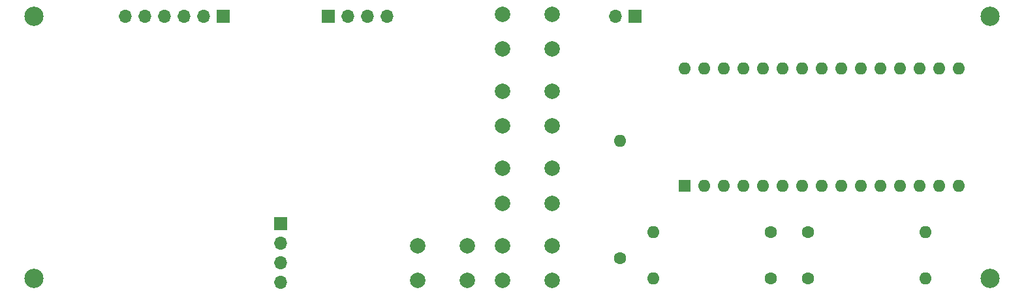
<source format=gbr>
%TF.GenerationSoftware,KiCad,Pcbnew,7.0.5*%
%TF.CreationDate,2024-01-19T10:16:41+06:00*%
%TF.ProjectId,Meteo_station,4d657465-6f5f-4737-9461-74696f6e2e6b,rev?*%
%TF.SameCoordinates,Original*%
%TF.FileFunction,Soldermask,Top*%
%TF.FilePolarity,Negative*%
%FSLAX46Y46*%
G04 Gerber Fmt 4.6, Leading zero omitted, Abs format (unit mm)*
G04 Created by KiCad (PCBNEW 7.0.5) date 2024-01-19 10:16:41*
%MOMM*%
%LPD*%
G01*
G04 APERTURE LIST*
%ADD10C,2.500000*%
%ADD11C,1.600000*%
%ADD12O,1.600000X1.600000*%
%ADD13C,2.000000*%
%ADD14R,1.700000X1.700000*%
%ADD15O,1.700000X1.700000*%
%ADD16R,1.600000X1.600000*%
G04 APERTURE END LIST*
D10*
%TO.C,H2*%
X160290000Y-57619000D03*
%TD*%
D11*
%TO.C,R3*%
X131910000Y-51619000D03*
D12*
X116670000Y-51619000D03*
%TD*%
D13*
%TO.C,SW3*%
X97040000Y-43369000D03*
X103540000Y-43369000D03*
X97040000Y-47869000D03*
X103540000Y-47869000D03*
%TD*%
%TO.C,SW2*%
X97040000Y-33369000D03*
X103540000Y-33369000D03*
X97040000Y-37869000D03*
X103540000Y-37869000D03*
%TD*%
D11*
%TO.C,R1*%
X112290000Y-55039000D03*
D12*
X112290000Y-39799000D03*
%TD*%
D10*
%TO.C,H4*%
X36290000Y-57619000D03*
%TD*%
%TO.C,H3*%
X36290000Y-23619000D03*
%TD*%
D11*
%TO.C,R5*%
X136652000Y-57619000D03*
D12*
X151892000Y-57619000D03*
%TD*%
D14*
%TO.C,J1*%
X114290000Y-23619000D03*
D15*
X111750000Y-23619000D03*
%TD*%
D13*
%TO.C,SW4*%
X97040000Y-53369000D03*
X103540000Y-53369000D03*
X97040000Y-57869000D03*
X103540000Y-57869000D03*
%TD*%
D14*
%TO.C,J3*%
X74490000Y-23619000D03*
D15*
X77030000Y-23619000D03*
X79570000Y-23619000D03*
X82110000Y-23619000D03*
%TD*%
D13*
%TO.C,SW1*%
X97040000Y-23369000D03*
X103540000Y-23369000D03*
X97040000Y-27869000D03*
X103540000Y-27869000D03*
%TD*%
D11*
%TO.C,R4*%
X136652000Y-51619000D03*
D12*
X151892000Y-51619000D03*
%TD*%
D10*
%TO.C,H1*%
X160290000Y-23619000D03*
%TD*%
D16*
%TO.C,A1*%
X120730000Y-45619000D03*
D12*
X123270000Y-45619000D03*
X125810000Y-45619000D03*
X128350000Y-45619000D03*
X130890000Y-45619000D03*
X133430000Y-45619000D03*
X135970000Y-45619000D03*
X138510000Y-45619000D03*
X141050000Y-45619000D03*
X143590000Y-45619000D03*
X146130000Y-45619000D03*
X148670000Y-45619000D03*
X151210000Y-45619000D03*
X153750000Y-45619000D03*
X156290000Y-45619000D03*
X156290000Y-30379000D03*
X153750000Y-30379000D03*
X151210000Y-30379000D03*
X148670000Y-30379000D03*
X146130000Y-30379000D03*
X143590000Y-30379000D03*
X141050000Y-30379000D03*
X138510000Y-30379000D03*
X135970000Y-30379000D03*
X133430000Y-30379000D03*
X130890000Y-30379000D03*
X128350000Y-30379000D03*
X125810000Y-30379000D03*
X123270000Y-30379000D03*
X120730000Y-30379000D03*
%TD*%
D14*
%TO.C,J2*%
X68290000Y-50539000D03*
D15*
X68290000Y-53079000D03*
X68290000Y-55619000D03*
X68290000Y-58159000D03*
%TD*%
D11*
%TO.C,R2*%
X131910000Y-57619000D03*
D12*
X116670000Y-57619000D03*
%TD*%
D14*
%TO.C,J4*%
X60830000Y-23619000D03*
D15*
X58290000Y-23619000D03*
X55750000Y-23619000D03*
X53210000Y-23619000D03*
X50670000Y-23619000D03*
X48130000Y-23619000D03*
%TD*%
D13*
%TO.C,SW5*%
X86040000Y-53369000D03*
X92540000Y-53369000D03*
X86040000Y-57869000D03*
X92540000Y-57869000D03*
%TD*%
M02*

</source>
